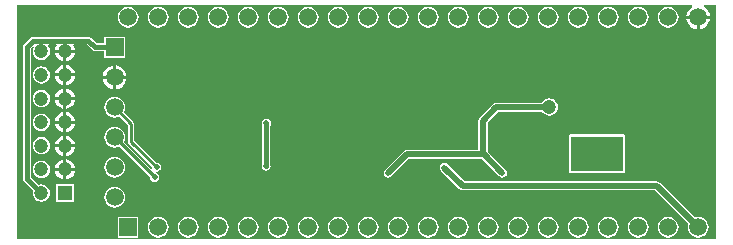
<source format=gbl>
G04*
G04 #@! TF.GenerationSoftware,Altium Limited,Altium Designer,19.1.8 (144)*
G04*
G04 Layer_Physical_Order=2*
G04 Layer_Color=16711680*
%FSLAX25Y25*%
%MOIN*%
G70*
G01*
G75*
%ADD12C,0.01000*%
%ADD16C,0.02000*%
%ADD41C,0.01500*%
%ADD43R,0.05906X0.05906*%
%ADD44C,0.05906*%
%ADD45R,0.04724X0.04724*%
%ADD46C,0.04724*%
%ADD47R,0.05906X0.05906*%
%ADD48C,0.01968*%
%ADD49R,0.17600X0.11800*%
G36*
X226000Y-3980D02*
X-6880D01*
Y73980D01*
X217974D01*
X218073Y73480D01*
X218007Y73453D01*
X217181Y72819D01*
X216547Y71993D01*
X216149Y71032D01*
X216079Y70500D01*
X220000D01*
X223921D01*
X223851Y71032D01*
X223453Y71993D01*
X222819Y72819D01*
X221993Y73453D01*
X221927Y73480D01*
X222026Y73980D01*
X226000D01*
Y-3980D01*
D02*
G37*
%LPC*%
G36*
X210000Y73483D02*
X209099Y73364D01*
X208259Y73016D01*
X207538Y72462D01*
X206984Y71741D01*
X206636Y70901D01*
X206518Y70000D01*
X206636Y69099D01*
X206984Y68259D01*
X207538Y67537D01*
X208259Y66984D01*
X209099Y66636D01*
X210000Y66518D01*
X210901Y66636D01*
X211741Y66984D01*
X212462Y67537D01*
X213016Y68259D01*
X213364Y69099D01*
X213482Y70000D01*
X213364Y70901D01*
X213016Y71741D01*
X212462Y72462D01*
X211741Y73016D01*
X210901Y73364D01*
X210000Y73483D01*
D02*
G37*
G36*
X200000D02*
X199099Y73364D01*
X198259Y73016D01*
X197538Y72462D01*
X196984Y71741D01*
X196636Y70901D01*
X196518Y70000D01*
X196636Y69099D01*
X196984Y68259D01*
X197538Y67537D01*
X198259Y66984D01*
X199099Y66636D01*
X200000Y66518D01*
X200901Y66636D01*
X201741Y66984D01*
X202463Y67537D01*
X203016Y68259D01*
X203364Y69099D01*
X203483Y70000D01*
X203364Y70901D01*
X203016Y71741D01*
X202463Y72462D01*
X201741Y73016D01*
X200901Y73364D01*
X200000Y73483D01*
D02*
G37*
G36*
X190000D02*
X189099Y73364D01*
X188259Y73016D01*
X187538Y72462D01*
X186984Y71741D01*
X186636Y70901D01*
X186518Y70000D01*
X186636Y69099D01*
X186984Y68259D01*
X187538Y67537D01*
X188259Y66984D01*
X189099Y66636D01*
X190000Y66518D01*
X190901Y66636D01*
X191741Y66984D01*
X192463Y67537D01*
X193016Y68259D01*
X193364Y69099D01*
X193482Y70000D01*
X193364Y70901D01*
X193016Y71741D01*
X192463Y72462D01*
X191741Y73016D01*
X190901Y73364D01*
X190000Y73483D01*
D02*
G37*
G36*
X180000D02*
X179099Y73364D01*
X178259Y73016D01*
X177538Y72462D01*
X176984Y71741D01*
X176636Y70901D01*
X176517Y70000D01*
X176636Y69099D01*
X176984Y68259D01*
X177538Y67537D01*
X178259Y66984D01*
X179099Y66636D01*
X180000Y66518D01*
X180901Y66636D01*
X181741Y66984D01*
X182463Y67537D01*
X183016Y68259D01*
X183364Y69099D01*
X183483Y70000D01*
X183364Y70901D01*
X183016Y71741D01*
X182463Y72462D01*
X181741Y73016D01*
X180901Y73364D01*
X180000Y73483D01*
D02*
G37*
G36*
X170000D02*
X169099Y73364D01*
X168259Y73016D01*
X167537Y72462D01*
X166984Y71741D01*
X166636Y70901D01*
X166517Y70000D01*
X166636Y69099D01*
X166984Y68259D01*
X167537Y67537D01*
X168259Y66984D01*
X169099Y66636D01*
X170000Y66518D01*
X170901Y66636D01*
X171741Y66984D01*
X172462Y67537D01*
X173016Y68259D01*
X173364Y69099D01*
X173483Y70000D01*
X173364Y70901D01*
X173016Y71741D01*
X172462Y72462D01*
X171741Y73016D01*
X170901Y73364D01*
X170000Y73483D01*
D02*
G37*
G36*
X160000D02*
X159099Y73364D01*
X158259Y73016D01*
X157537Y72462D01*
X156984Y71741D01*
X156636Y70901D01*
X156518Y70000D01*
X156636Y69099D01*
X156984Y68259D01*
X157537Y67537D01*
X158259Y66984D01*
X159099Y66636D01*
X160000Y66518D01*
X160901Y66636D01*
X161741Y66984D01*
X162462Y67537D01*
X163016Y68259D01*
X163364Y69099D01*
X163482Y70000D01*
X163364Y70901D01*
X163016Y71741D01*
X162462Y72462D01*
X161741Y73016D01*
X160901Y73364D01*
X160000Y73483D01*
D02*
G37*
G36*
X150000D02*
X149099Y73364D01*
X148259Y73016D01*
X147538Y72462D01*
X146984Y71741D01*
X146636Y70901D01*
X146518Y70000D01*
X146636Y69099D01*
X146984Y68259D01*
X147538Y67537D01*
X148259Y66984D01*
X149099Y66636D01*
X150000Y66518D01*
X150901Y66636D01*
X151741Y66984D01*
X152462Y67537D01*
X153016Y68259D01*
X153364Y69099D01*
X153482Y70000D01*
X153364Y70901D01*
X153016Y71741D01*
X152462Y72462D01*
X151741Y73016D01*
X150901Y73364D01*
X150000Y73483D01*
D02*
G37*
G36*
X140000D02*
X139099Y73364D01*
X138259Y73016D01*
X137538Y72462D01*
X136984Y71741D01*
X136636Y70901D01*
X136518Y70000D01*
X136636Y69099D01*
X136984Y68259D01*
X137538Y67537D01*
X138259Y66984D01*
X139099Y66636D01*
X140000Y66518D01*
X140901Y66636D01*
X141741Y66984D01*
X142463Y67537D01*
X143016Y68259D01*
X143364Y69099D01*
X143482Y70000D01*
X143364Y70901D01*
X143016Y71741D01*
X142463Y72462D01*
X141741Y73016D01*
X140901Y73364D01*
X140000Y73483D01*
D02*
G37*
G36*
X130000D02*
X129099Y73364D01*
X128259Y73016D01*
X127538Y72462D01*
X126984Y71741D01*
X126636Y70901D01*
X126517Y70000D01*
X126636Y69099D01*
X126984Y68259D01*
X127538Y67537D01*
X128259Y66984D01*
X129099Y66636D01*
X130000Y66518D01*
X130901Y66636D01*
X131741Y66984D01*
X132463Y67537D01*
X133016Y68259D01*
X133364Y69099D01*
X133483Y70000D01*
X133364Y70901D01*
X133016Y71741D01*
X132463Y72462D01*
X131741Y73016D01*
X130901Y73364D01*
X130000Y73483D01*
D02*
G37*
G36*
X120000D02*
X119099Y73364D01*
X118259Y73016D01*
X117537Y72462D01*
X116984Y71741D01*
X116636Y70901D01*
X116517Y70000D01*
X116636Y69099D01*
X116984Y68259D01*
X117537Y67537D01*
X118259Y66984D01*
X119099Y66636D01*
X120000Y66518D01*
X120901Y66636D01*
X121741Y66984D01*
X122462Y67537D01*
X123016Y68259D01*
X123364Y69099D01*
X123483Y70000D01*
X123364Y70901D01*
X123016Y71741D01*
X122462Y72462D01*
X121741Y73016D01*
X120901Y73364D01*
X120000Y73483D01*
D02*
G37*
G36*
X110000D02*
X109099Y73364D01*
X108259Y73016D01*
X107537Y72462D01*
X106984Y71741D01*
X106636Y70901D01*
X106518Y70000D01*
X106636Y69099D01*
X106984Y68259D01*
X107537Y67537D01*
X108259Y66984D01*
X109099Y66636D01*
X110000Y66518D01*
X110901Y66636D01*
X111741Y66984D01*
X112462Y67537D01*
X113016Y68259D01*
X113364Y69099D01*
X113482Y70000D01*
X113364Y70901D01*
X113016Y71741D01*
X112462Y72462D01*
X111741Y73016D01*
X110901Y73364D01*
X110000Y73483D01*
D02*
G37*
G36*
X100000D02*
X99099Y73364D01*
X98259Y73016D01*
X97537Y72462D01*
X96984Y71741D01*
X96636Y70901D01*
X96517Y70000D01*
X96636Y69099D01*
X96984Y68259D01*
X97537Y67537D01*
X98259Y66984D01*
X99099Y66636D01*
X100000Y66518D01*
X100901Y66636D01*
X101741Y66984D01*
X102462Y67537D01*
X103016Y68259D01*
X103364Y69099D01*
X103482Y70000D01*
X103364Y70901D01*
X103016Y71741D01*
X102462Y72462D01*
X101741Y73016D01*
X100901Y73364D01*
X100000Y73483D01*
D02*
G37*
G36*
X90000D02*
X89099Y73364D01*
X88259Y73016D01*
X87537Y72462D01*
X86984Y71741D01*
X86636Y70901D01*
X86518Y70000D01*
X86636Y69099D01*
X86984Y68259D01*
X87537Y67537D01*
X88259Y66984D01*
X89099Y66636D01*
X90000Y66518D01*
X90901Y66636D01*
X91741Y66984D01*
X92462Y67537D01*
X93016Y68259D01*
X93364Y69099D01*
X93483Y70000D01*
X93364Y70901D01*
X93016Y71741D01*
X92462Y72462D01*
X91741Y73016D01*
X90901Y73364D01*
X90000Y73483D01*
D02*
G37*
G36*
X80000D02*
X79099Y73364D01*
X78259Y73016D01*
X77538Y72462D01*
X76984Y71741D01*
X76636Y70901D01*
X76517Y70000D01*
X76636Y69099D01*
X76984Y68259D01*
X77538Y67537D01*
X78259Y66984D01*
X79099Y66636D01*
X80000Y66518D01*
X80901Y66636D01*
X81741Y66984D01*
X82463Y67537D01*
X83016Y68259D01*
X83364Y69099D01*
X83482Y70000D01*
X83364Y70901D01*
X83016Y71741D01*
X82463Y72462D01*
X81741Y73016D01*
X80901Y73364D01*
X80000Y73483D01*
D02*
G37*
G36*
X70000D02*
X69099Y73364D01*
X68259Y73016D01*
X67537Y72462D01*
X66984Y71741D01*
X66636Y70901D01*
X66518Y70000D01*
X66636Y69099D01*
X66984Y68259D01*
X67537Y67537D01*
X68259Y66984D01*
X69099Y66636D01*
X70000Y66518D01*
X70901Y66636D01*
X71741Y66984D01*
X72462Y67537D01*
X73016Y68259D01*
X73364Y69099D01*
X73483Y70000D01*
X73364Y70901D01*
X73016Y71741D01*
X72462Y72462D01*
X71741Y73016D01*
X70901Y73364D01*
X70000Y73483D01*
D02*
G37*
G36*
X60000D02*
X59099Y73364D01*
X58259Y73016D01*
X57538Y72462D01*
X56984Y71741D01*
X56636Y70901D01*
X56517Y70000D01*
X56636Y69099D01*
X56984Y68259D01*
X57538Y67537D01*
X58259Y66984D01*
X59099Y66636D01*
X60000Y66518D01*
X60901Y66636D01*
X61741Y66984D01*
X62463Y67537D01*
X63016Y68259D01*
X63364Y69099D01*
X63482Y70000D01*
X63364Y70901D01*
X63016Y71741D01*
X62463Y72462D01*
X61741Y73016D01*
X60901Y73364D01*
X60000Y73483D01*
D02*
G37*
G36*
X50000D02*
X49099Y73364D01*
X48259Y73016D01*
X47537Y72462D01*
X46984Y71741D01*
X46636Y70901D01*
X46518Y70000D01*
X46636Y69099D01*
X46984Y68259D01*
X47537Y67537D01*
X48259Y66984D01*
X49099Y66636D01*
X50000Y66518D01*
X50901Y66636D01*
X51741Y66984D01*
X52463Y67537D01*
X53016Y68259D01*
X53364Y69099D01*
X53483Y70000D01*
X53364Y70901D01*
X53016Y71741D01*
X52463Y72462D01*
X51741Y73016D01*
X50901Y73364D01*
X50000Y73483D01*
D02*
G37*
G36*
X40000D02*
X39099Y73364D01*
X38259Y73016D01*
X37538Y72462D01*
X36984Y71741D01*
X36636Y70901D01*
X36518Y70000D01*
X36636Y69099D01*
X36984Y68259D01*
X37538Y67537D01*
X38259Y66984D01*
X39099Y66636D01*
X40000Y66518D01*
X40901Y66636D01*
X41741Y66984D01*
X42463Y67537D01*
X43016Y68259D01*
X43364Y69099D01*
X43483Y70000D01*
X43364Y70901D01*
X43016Y71741D01*
X42463Y72462D01*
X41741Y73016D01*
X40901Y73364D01*
X40000Y73483D01*
D02*
G37*
G36*
X30000D02*
X29099Y73364D01*
X28259Y73016D01*
X27538Y72462D01*
X26984Y71741D01*
X26636Y70901D01*
X26518Y70000D01*
X26636Y69099D01*
X26984Y68259D01*
X27538Y67537D01*
X28259Y66984D01*
X29099Y66636D01*
X30000Y66518D01*
X30901Y66636D01*
X31741Y66984D01*
X32462Y67537D01*
X33016Y68259D01*
X33364Y69099D01*
X33483Y70000D01*
X33364Y70901D01*
X33016Y71741D01*
X32462Y72462D01*
X31741Y73016D01*
X30901Y73364D01*
X30000Y73483D01*
D02*
G37*
G36*
X223921Y69500D02*
X220500D01*
Y66079D01*
X221032Y66149D01*
X221993Y66547D01*
X222819Y67181D01*
X223453Y68007D01*
X223851Y68968D01*
X223921Y69500D01*
D02*
G37*
G36*
X219500D02*
X216079D01*
X216149Y68968D01*
X216547Y68007D01*
X217181Y67181D01*
X218007Y66547D01*
X218968Y66149D01*
X219500Y66079D01*
Y69500D01*
D02*
G37*
G36*
X16766Y63509D02*
X-1737D01*
X-2225Y63412D01*
X-2638Y63135D01*
X-4651Y61123D01*
X-4927Y60709D01*
X-5024Y60221D01*
Y16154D01*
X-4927Y15666D01*
X-4651Y15253D01*
X-1666Y12268D01*
X-1726Y12125D01*
X-1824Y11378D01*
X-1726Y10631D01*
X-1437Y9934D01*
X-978Y9337D01*
X-381Y8878D01*
X316Y8589D01*
X1063Y8491D01*
X1810Y8589D01*
X2506Y8878D01*
X3104Y9337D01*
X3563Y9934D01*
X3852Y10631D01*
X3950Y11378D01*
X3852Y12125D01*
X3563Y12821D01*
X3104Y13419D01*
X2506Y13878D01*
X1810Y14166D01*
X1063Y14265D01*
X316Y14166D01*
X121Y14086D01*
X-2475Y16682D01*
Y59693D01*
X-1846Y60322D01*
X-1437Y60066D01*
X-1726Y59369D01*
X-1824Y58622D01*
X-1726Y57875D01*
X-1437Y57179D01*
X-978Y56581D01*
X-381Y56122D01*
X316Y55834D01*
X1063Y55735D01*
X1810Y55834D01*
X2506Y56122D01*
X3104Y56581D01*
X3563Y57179D01*
X3852Y57875D01*
X3950Y58622D01*
X3852Y59369D01*
X3563Y60066D01*
X3261Y60460D01*
X3507Y60960D01*
X5928D01*
X6149Y60511D01*
X6000Y60318D01*
X5661Y59500D01*
X5612Y59122D01*
X12262D01*
X12213Y59500D01*
X11874Y60318D01*
X11725Y60511D01*
X11946Y60960D01*
X16238D01*
X18099Y59099D01*
X18512Y58823D01*
X19000Y58726D01*
X22047D01*
Y56547D01*
X28953D01*
Y63453D01*
X22047D01*
Y61274D01*
X19528D01*
X17667Y63135D01*
X17254Y63412D01*
X16766Y63509D01*
D02*
G37*
G36*
X12262Y58122D02*
X9437D01*
Y55297D01*
X9815Y55346D01*
X10633Y55685D01*
X11335Y56224D01*
X11874Y56926D01*
X12213Y57744D01*
X12262Y58122D01*
D02*
G37*
G36*
X8437D02*
X5612D01*
X5661Y57744D01*
X6000Y56926D01*
X6539Y56224D01*
X7241Y55685D01*
X8059Y55346D01*
X8437Y55297D01*
Y58122D01*
D02*
G37*
G36*
X9437Y54073D02*
Y51248D01*
X12262D01*
X12213Y51626D01*
X11874Y52444D01*
X11335Y53146D01*
X10633Y53685D01*
X9815Y54024D01*
X9437Y54073D01*
D02*
G37*
G36*
X8437D02*
X8059Y54024D01*
X7241Y53685D01*
X6539Y53146D01*
X6000Y52444D01*
X5661Y51626D01*
X5612Y51248D01*
X8437D01*
Y54073D01*
D02*
G37*
G36*
X26000Y53921D02*
Y50748D01*
Y50500D01*
X29421D01*
X29351Y51032D01*
X28953Y51993D01*
X28319Y52819D01*
X27493Y53453D01*
X26532Y53851D01*
X26000Y53921D01*
D02*
G37*
G36*
X25000D02*
X24468Y53851D01*
X23507Y53453D01*
X22681Y52819D01*
X22047Y51993D01*
X21649Y51032D01*
X21579Y50500D01*
X25000D01*
Y50748D01*
Y53921D01*
D02*
G37*
G36*
X1063Y53635D02*
X316Y53537D01*
X-381Y53248D01*
X-978Y52789D01*
X-1437Y52192D01*
X-1726Y51495D01*
X-1824Y50748D01*
X-1726Y50001D01*
X-1437Y49305D01*
X-978Y48707D01*
X-381Y48248D01*
X316Y47960D01*
X1063Y47861D01*
X1810Y47960D01*
X2506Y48248D01*
X3104Y48707D01*
X3563Y49305D01*
X3852Y50001D01*
X3950Y50748D01*
X3852Y51495D01*
X3563Y52192D01*
X3104Y52789D01*
X2506Y53248D01*
X1810Y53537D01*
X1063Y53635D01*
D02*
G37*
G36*
X12262Y50248D02*
X9437D01*
Y47423D01*
X9815Y47472D01*
X10633Y47811D01*
X11335Y48350D01*
X11874Y49052D01*
X12213Y49870D01*
X12262Y50248D01*
D02*
G37*
G36*
X8437D02*
X5612D01*
X5661Y49870D01*
X6000Y49052D01*
X6539Y48350D01*
X7241Y47811D01*
X8059Y47472D01*
X8437Y47423D01*
Y50248D01*
D02*
G37*
G36*
X29421Y49500D02*
X26000D01*
Y46079D01*
X26532Y46149D01*
X27493Y46547D01*
X28319Y47181D01*
X28953Y48007D01*
X29351Y48968D01*
X29421Y49500D01*
D02*
G37*
G36*
X25000D02*
X21579D01*
X21649Y48968D01*
X22047Y48007D01*
X22681Y47181D01*
X23507Y46547D01*
X24468Y46149D01*
X25000Y46079D01*
Y49500D01*
D02*
G37*
G36*
X9437Y46199D02*
Y43374D01*
X12262D01*
X12213Y43752D01*
X11874Y44570D01*
X11335Y45272D01*
X10633Y45811D01*
X9815Y46150D01*
X9437Y46199D01*
D02*
G37*
G36*
X8437D02*
X8059Y46150D01*
X7241Y45811D01*
X6539Y45272D01*
X6000Y44570D01*
X5661Y43752D01*
X5612Y43374D01*
X8437D01*
Y46199D01*
D02*
G37*
G36*
X1063Y45761D02*
X316Y45663D01*
X-381Y45374D01*
X-978Y44915D01*
X-1437Y44317D01*
X-1726Y43621D01*
X-1824Y42874D01*
X-1726Y42127D01*
X-1437Y41431D01*
X-978Y40833D01*
X-381Y40374D01*
X316Y40086D01*
X1063Y39987D01*
X1810Y40086D01*
X2506Y40374D01*
X3104Y40833D01*
X3563Y41431D01*
X3852Y42127D01*
X3950Y42874D01*
X3852Y43621D01*
X3563Y44317D01*
X3104Y44915D01*
X2506Y45374D01*
X1810Y45663D01*
X1063Y45761D01*
D02*
G37*
G36*
X12262Y42374D02*
X9437D01*
Y39549D01*
X9815Y39598D01*
X10633Y39937D01*
X11335Y40476D01*
X11874Y41178D01*
X12213Y41996D01*
X12262Y42374D01*
D02*
G37*
G36*
X8437D02*
X5612D01*
X5661Y41996D01*
X6000Y41178D01*
X6539Y40476D01*
X7241Y39937D01*
X8059Y39598D01*
X8437Y39549D01*
Y42374D01*
D02*
G37*
G36*
X170400Y42987D02*
X169653Y42889D01*
X168956Y42600D01*
X168359Y42141D01*
X167900Y41543D01*
X167859Y41444D01*
X152715D01*
X152130Y41328D01*
X151634Y40996D01*
X147219Y36581D01*
X146887Y36085D01*
X146771Y35500D01*
Y25829D01*
X123001D01*
X122415Y25713D01*
X121919Y25381D01*
X115619Y19081D01*
X115288Y18585D01*
X115171Y18000D01*
X115288Y17415D01*
X115619Y16919D01*
X116115Y16587D01*
X116701Y16471D01*
X117286Y16587D01*
X117782Y16919D01*
X123634Y22771D01*
X147885D01*
X153691Y16965D01*
X154187Y16634D01*
X154772Y16517D01*
X155358Y16634D01*
X155854Y16965D01*
X156185Y17461D01*
X156302Y18046D01*
X156185Y18632D01*
X155854Y19128D01*
X149829Y25152D01*
Y34866D01*
X153349Y38386D01*
X168108D01*
X168359Y38059D01*
X168956Y37600D01*
X169653Y37312D01*
X170400Y37213D01*
X171147Y37312D01*
X171844Y37600D01*
X172441Y38059D01*
X172900Y38656D01*
X173188Y39353D01*
X173287Y40100D01*
X173188Y40847D01*
X172900Y41543D01*
X172441Y42141D01*
X171844Y42600D01*
X171147Y42889D01*
X170400Y42987D01*
D02*
G37*
G36*
X9437Y38325D02*
Y35500D01*
X12262D01*
X12213Y35878D01*
X11874Y36696D01*
X11335Y37398D01*
X10633Y37937D01*
X9815Y38276D01*
X9437Y38325D01*
D02*
G37*
G36*
X8437D02*
X8059Y38276D01*
X7241Y37937D01*
X6539Y37398D01*
X6000Y36696D01*
X5661Y35878D01*
X5612Y35500D01*
X8437D01*
Y38325D01*
D02*
G37*
G36*
X1063Y37887D02*
X316Y37789D01*
X-381Y37500D01*
X-978Y37041D01*
X-1437Y36443D01*
X-1726Y35747D01*
X-1824Y35000D01*
X-1726Y34253D01*
X-1437Y33557D01*
X-978Y32959D01*
X-381Y32500D01*
X316Y32212D01*
X1063Y32113D01*
X1810Y32212D01*
X2506Y32500D01*
X3104Y32959D01*
X3563Y33557D01*
X3852Y34253D01*
X3950Y35000D01*
X3852Y35747D01*
X3563Y36443D01*
X3104Y37041D01*
X2506Y37500D01*
X1810Y37789D01*
X1063Y37887D01*
D02*
G37*
G36*
X12262Y34500D02*
X9437D01*
Y31675D01*
X9815Y31724D01*
X10633Y32063D01*
X11335Y32602D01*
X11874Y33304D01*
X12213Y34122D01*
X12262Y34500D01*
D02*
G37*
G36*
X8437D02*
X5612D01*
X5661Y34122D01*
X6000Y33304D01*
X6539Y32602D01*
X7241Y32063D01*
X8059Y31724D01*
X8437Y31675D01*
Y34500D01*
D02*
G37*
G36*
X9437Y30451D02*
Y27626D01*
X12262D01*
X12213Y28004D01*
X11874Y28822D01*
X11335Y29524D01*
X10633Y30063D01*
X9815Y30402D01*
X9437Y30451D01*
D02*
G37*
G36*
X8437D02*
X8059Y30402D01*
X7241Y30063D01*
X6539Y29524D01*
X6000Y28822D01*
X5661Y28004D01*
X5612Y27626D01*
X8437D01*
Y30451D01*
D02*
G37*
G36*
X1063Y30013D02*
X316Y29915D01*
X-381Y29626D01*
X-978Y29167D01*
X-1437Y28569D01*
X-1726Y27873D01*
X-1824Y27126D01*
X-1726Y26379D01*
X-1437Y25683D01*
X-978Y25085D01*
X-381Y24626D01*
X316Y24338D01*
X1063Y24239D01*
X1810Y24338D01*
X2506Y24626D01*
X3104Y25085D01*
X3563Y25683D01*
X3852Y26379D01*
X3950Y27126D01*
X3852Y27873D01*
X3563Y28569D01*
X3104Y29167D01*
X2506Y29626D01*
X1810Y29915D01*
X1063Y30013D01*
D02*
G37*
G36*
X12262Y26626D02*
X9437D01*
Y23801D01*
X9815Y23850D01*
X10633Y24189D01*
X11335Y24728D01*
X11874Y25430D01*
X12213Y26248D01*
X12262Y26626D01*
D02*
G37*
G36*
X8437D02*
X5612D01*
X5661Y26248D01*
X6000Y25430D01*
X6539Y24728D01*
X7241Y24189D01*
X8059Y23850D01*
X8437Y23801D01*
Y26626D01*
D02*
G37*
G36*
X9437Y22577D02*
Y19752D01*
X12262D01*
X12213Y20130D01*
X11874Y20948D01*
X11335Y21650D01*
X10633Y22189D01*
X9815Y22528D01*
X9437Y22577D01*
D02*
G37*
G36*
X8437D02*
X8059Y22528D01*
X7241Y22189D01*
X6539Y21650D01*
X6000Y20948D01*
X5661Y20130D01*
X5612Y19752D01*
X8437D01*
Y22577D01*
D02*
G37*
G36*
X25500Y43483D02*
X24599Y43364D01*
X23759Y43016D01*
X23038Y42463D01*
X22484Y41741D01*
X22136Y40901D01*
X22017Y40000D01*
X22136Y39099D01*
X22484Y38259D01*
X23038Y37538D01*
X23759Y36984D01*
X24599Y36636D01*
X25500Y36518D01*
X26401Y36636D01*
X27123Y36935D01*
X29980Y34078D01*
Y28500D01*
X30058Y28110D01*
X30279Y27779D01*
X37999Y20060D01*
X37987Y20000D01*
X38083Y19516D01*
X37805Y19283D01*
X37671Y19221D01*
X28550Y28342D01*
X28864Y29099D01*
X28982Y30000D01*
X28864Y30901D01*
X28516Y31741D01*
X27962Y32462D01*
X27241Y33016D01*
X26401Y33364D01*
X25500Y33483D01*
X24599Y33364D01*
X23759Y33016D01*
X23038Y32462D01*
X22484Y31741D01*
X22136Y30901D01*
X22017Y30000D01*
X22136Y29099D01*
X22484Y28259D01*
X23038Y27538D01*
X23759Y26984D01*
X24599Y26636D01*
X25500Y26518D01*
X26401Y26636D01*
X27088Y26920D01*
X37307Y16701D01*
X37287Y16600D01*
X37402Y16021D01*
X37730Y15530D01*
X38221Y15202D01*
X38800Y15087D01*
X39379Y15202D01*
X39870Y15530D01*
X40198Y16021D01*
X40313Y16600D01*
X40198Y17179D01*
X39870Y17670D01*
X39379Y17998D01*
X39208Y18032D01*
X39207Y18033D01*
X39206Y18035D01*
X39436Y18388D01*
X39572Y18501D01*
X40079Y18602D01*
X40570Y18930D01*
X40898Y19421D01*
X41013Y20000D01*
X40898Y20579D01*
X40570Y21070D01*
X40079Y21398D01*
X39500Y21513D01*
X39440Y21501D01*
X32020Y28922D01*
Y34500D01*
X31942Y34890D01*
X31721Y35221D01*
X28565Y38377D01*
X28864Y39099D01*
X28982Y40000D01*
X28864Y40901D01*
X28516Y41741D01*
X27962Y42463D01*
X27241Y43016D01*
X26401Y43364D01*
X25500Y43483D01*
D02*
G37*
G36*
X76100Y36213D02*
X75521Y36098D01*
X75030Y35770D01*
X74702Y35279D01*
X74587Y34700D01*
X74702Y34121D01*
X74775Y34011D01*
Y21139D01*
X74602Y20879D01*
X74487Y20300D01*
X74602Y19721D01*
X74930Y19230D01*
X75421Y18902D01*
X76000Y18787D01*
X76579Y18902D01*
X77070Y19230D01*
X77398Y19721D01*
X77513Y20300D01*
X77398Y20879D01*
X77324Y20989D01*
Y33861D01*
X77498Y34121D01*
X77613Y34700D01*
X77498Y35279D01*
X77170Y35770D01*
X76679Y36098D01*
X76100Y36213D01*
D02*
G37*
G36*
X195100Y30941D02*
X177500D01*
X177117Y30783D01*
X176959Y30400D01*
Y18600D01*
X177117Y18217D01*
X177500Y18059D01*
X195100D01*
X195483Y18217D01*
X195641Y18600D01*
Y30400D01*
X195483Y30783D01*
X195100Y30941D01*
D02*
G37*
G36*
X25500Y23483D02*
X24599Y23364D01*
X23759Y23016D01*
X23038Y22463D01*
X22484Y21741D01*
X22136Y20901D01*
X22017Y20000D01*
X22136Y19099D01*
X22484Y18259D01*
X23038Y17537D01*
X23759Y16984D01*
X24599Y16636D01*
X25500Y16518D01*
X26401Y16636D01*
X27241Y16984D01*
X27962Y17537D01*
X28516Y18259D01*
X28864Y19099D01*
X28982Y20000D01*
X28864Y20901D01*
X28516Y21741D01*
X27962Y22463D01*
X27241Y23016D01*
X26401Y23364D01*
X25500Y23483D01*
D02*
G37*
G36*
X1063Y22139D02*
X316Y22040D01*
X-381Y21752D01*
X-978Y21293D01*
X-1437Y20695D01*
X-1726Y19999D01*
X-1824Y19252D01*
X-1726Y18505D01*
X-1437Y17808D01*
X-978Y17211D01*
X-381Y16752D01*
X316Y16464D01*
X1063Y16365D01*
X1810Y16464D01*
X2506Y16752D01*
X3104Y17211D01*
X3563Y17808D01*
X3852Y18505D01*
X3950Y19252D01*
X3852Y19999D01*
X3563Y20695D01*
X3104Y21293D01*
X2506Y21752D01*
X1810Y22040D01*
X1063Y22139D01*
D02*
G37*
G36*
X12262Y18752D02*
X9437D01*
Y15927D01*
X9815Y15976D01*
X10633Y16315D01*
X11335Y16854D01*
X11874Y17556D01*
X12213Y18374D01*
X12262Y18752D01*
D02*
G37*
G36*
X8437D02*
X5612D01*
X5661Y18374D01*
X6000Y17556D01*
X6539Y16854D01*
X7241Y16315D01*
X8059Y15976D01*
X8437Y15927D01*
Y18752D01*
D02*
G37*
G36*
X11799Y14240D02*
X6075D01*
Y8516D01*
X11799D01*
Y14240D01*
D02*
G37*
G36*
X25500Y13483D02*
X24599Y13364D01*
X23759Y13016D01*
X23038Y12462D01*
X22484Y11741D01*
X22136Y10901D01*
X22017Y10000D01*
X22136Y9099D01*
X22484Y8259D01*
X23038Y7537D01*
X23759Y6984D01*
X24599Y6636D01*
X25500Y6517D01*
X26401Y6636D01*
X27241Y6984D01*
X27962Y7537D01*
X28516Y8259D01*
X28864Y9099D01*
X28982Y10000D01*
X28864Y10901D01*
X28516Y11741D01*
X27962Y12462D01*
X27241Y13016D01*
X26401Y13364D01*
X25500Y13483D01*
D02*
G37*
G36*
X33453Y3453D02*
X26547D01*
Y-3453D01*
X33453D01*
Y3453D01*
D02*
G37*
G36*
X135400Y21429D02*
X134815Y21313D01*
X134319Y20981D01*
X133987Y20485D01*
X133871Y19900D01*
X133987Y19315D01*
X134319Y18819D01*
X140419Y12719D01*
X140915Y12387D01*
X141500Y12271D01*
X205567D01*
X216724Y1113D01*
X216636Y901D01*
X216517Y0D01*
X216636Y-901D01*
X216984Y-1741D01*
X217537Y-2462D01*
X218259Y-3016D01*
X219099Y-3364D01*
X220000Y-3483D01*
X220901Y-3364D01*
X221741Y-3016D01*
X222463Y-2462D01*
X223016Y-1741D01*
X223364Y-901D01*
X223482Y0D01*
X223364Y901D01*
X223016Y1741D01*
X222463Y2462D01*
X221741Y3016D01*
X220901Y3364D01*
X220000Y3483D01*
X219099Y3364D01*
X218887Y3276D01*
X207281Y14881D01*
X206785Y15213D01*
X206200Y15329D01*
X142133D01*
X136481Y20981D01*
X135985Y21313D01*
X135400Y21429D01*
D02*
G37*
G36*
X210000Y3483D02*
X209099Y3364D01*
X208259Y3016D01*
X207538Y2462D01*
X206984Y1741D01*
X206636Y901D01*
X206518Y0D01*
X206636Y-901D01*
X206984Y-1741D01*
X207538Y-2462D01*
X208259Y-3016D01*
X209099Y-3364D01*
X210000Y-3483D01*
X210901Y-3364D01*
X211741Y-3016D01*
X212462Y-2462D01*
X213016Y-1741D01*
X213364Y-901D01*
X213482Y0D01*
X213364Y901D01*
X213016Y1741D01*
X212462Y2462D01*
X211741Y3016D01*
X210901Y3364D01*
X210000Y3483D01*
D02*
G37*
G36*
X200000D02*
X199099Y3364D01*
X198259Y3016D01*
X197538Y2462D01*
X196984Y1741D01*
X196636Y901D01*
X196518Y0D01*
X196636Y-901D01*
X196984Y-1741D01*
X197538Y-2462D01*
X198259Y-3016D01*
X199099Y-3364D01*
X200000Y-3483D01*
X200901Y-3364D01*
X201741Y-3016D01*
X202463Y-2462D01*
X203016Y-1741D01*
X203364Y-901D01*
X203483Y0D01*
X203364Y901D01*
X203016Y1741D01*
X202463Y2462D01*
X201741Y3016D01*
X200901Y3364D01*
X200000Y3483D01*
D02*
G37*
G36*
X190000D02*
X189099Y3364D01*
X188259Y3016D01*
X187538Y2462D01*
X186984Y1741D01*
X186636Y901D01*
X186518Y0D01*
X186636Y-901D01*
X186984Y-1741D01*
X187538Y-2462D01*
X188259Y-3016D01*
X189099Y-3364D01*
X190000Y-3483D01*
X190901Y-3364D01*
X191741Y-3016D01*
X192463Y-2462D01*
X193016Y-1741D01*
X193364Y-901D01*
X193482Y0D01*
X193364Y901D01*
X193016Y1741D01*
X192463Y2462D01*
X191741Y3016D01*
X190901Y3364D01*
X190000Y3483D01*
D02*
G37*
G36*
X180000D02*
X179099Y3364D01*
X178259Y3016D01*
X177538Y2462D01*
X176984Y1741D01*
X176636Y901D01*
X176517Y0D01*
X176636Y-901D01*
X176984Y-1741D01*
X177538Y-2462D01*
X178259Y-3016D01*
X179099Y-3364D01*
X180000Y-3483D01*
X180901Y-3364D01*
X181741Y-3016D01*
X182463Y-2462D01*
X183016Y-1741D01*
X183364Y-901D01*
X183483Y0D01*
X183364Y901D01*
X183016Y1741D01*
X182463Y2462D01*
X181741Y3016D01*
X180901Y3364D01*
X180000Y3483D01*
D02*
G37*
G36*
X170000D02*
X169099Y3364D01*
X168259Y3016D01*
X167537Y2462D01*
X166984Y1741D01*
X166636Y901D01*
X166517Y0D01*
X166636Y-901D01*
X166984Y-1741D01*
X167537Y-2462D01*
X168259Y-3016D01*
X169099Y-3364D01*
X170000Y-3483D01*
X170901Y-3364D01*
X171741Y-3016D01*
X172462Y-2462D01*
X173016Y-1741D01*
X173364Y-901D01*
X173483Y0D01*
X173364Y901D01*
X173016Y1741D01*
X172462Y2462D01*
X171741Y3016D01*
X170901Y3364D01*
X170000Y3483D01*
D02*
G37*
G36*
X160000D02*
X159099Y3364D01*
X158259Y3016D01*
X157537Y2462D01*
X156984Y1741D01*
X156636Y901D01*
X156518Y0D01*
X156636Y-901D01*
X156984Y-1741D01*
X157537Y-2462D01*
X158259Y-3016D01*
X159099Y-3364D01*
X160000Y-3483D01*
X160901Y-3364D01*
X161741Y-3016D01*
X162462Y-2462D01*
X163016Y-1741D01*
X163364Y-901D01*
X163482Y0D01*
X163364Y901D01*
X163016Y1741D01*
X162462Y2462D01*
X161741Y3016D01*
X160901Y3364D01*
X160000Y3483D01*
D02*
G37*
G36*
X150000D02*
X149099Y3364D01*
X148259Y3016D01*
X147538Y2462D01*
X146984Y1741D01*
X146636Y901D01*
X146518Y0D01*
X146636Y-901D01*
X146984Y-1741D01*
X147538Y-2462D01*
X148259Y-3016D01*
X149099Y-3364D01*
X150000Y-3483D01*
X150901Y-3364D01*
X151741Y-3016D01*
X152462Y-2462D01*
X153016Y-1741D01*
X153364Y-901D01*
X153482Y0D01*
X153364Y901D01*
X153016Y1741D01*
X152462Y2462D01*
X151741Y3016D01*
X150901Y3364D01*
X150000Y3483D01*
D02*
G37*
G36*
X140000D02*
X139099Y3364D01*
X138259Y3016D01*
X137538Y2462D01*
X136984Y1741D01*
X136636Y901D01*
X136518Y0D01*
X136636Y-901D01*
X136984Y-1741D01*
X137538Y-2462D01*
X138259Y-3016D01*
X139099Y-3364D01*
X140000Y-3483D01*
X140901Y-3364D01*
X141741Y-3016D01*
X142463Y-2462D01*
X143016Y-1741D01*
X143364Y-901D01*
X143482Y0D01*
X143364Y901D01*
X143016Y1741D01*
X142463Y2462D01*
X141741Y3016D01*
X140901Y3364D01*
X140000Y3483D01*
D02*
G37*
G36*
X130000D02*
X129099Y3364D01*
X128259Y3016D01*
X127538Y2462D01*
X126984Y1741D01*
X126636Y901D01*
X126517Y0D01*
X126636Y-901D01*
X126984Y-1741D01*
X127538Y-2462D01*
X128259Y-3016D01*
X129099Y-3364D01*
X130000Y-3483D01*
X130901Y-3364D01*
X131741Y-3016D01*
X132463Y-2462D01*
X133016Y-1741D01*
X133364Y-901D01*
X133483Y0D01*
X133364Y901D01*
X133016Y1741D01*
X132463Y2462D01*
X131741Y3016D01*
X130901Y3364D01*
X130000Y3483D01*
D02*
G37*
G36*
X120000D02*
X119099Y3364D01*
X118259Y3016D01*
X117537Y2462D01*
X116984Y1741D01*
X116636Y901D01*
X116517Y0D01*
X116636Y-901D01*
X116984Y-1741D01*
X117537Y-2462D01*
X118259Y-3016D01*
X119099Y-3364D01*
X120000Y-3483D01*
X120901Y-3364D01*
X121741Y-3016D01*
X122462Y-2462D01*
X123016Y-1741D01*
X123364Y-901D01*
X123483Y0D01*
X123364Y901D01*
X123016Y1741D01*
X122462Y2462D01*
X121741Y3016D01*
X120901Y3364D01*
X120000Y3483D01*
D02*
G37*
G36*
X110000D02*
X109099Y3364D01*
X108259Y3016D01*
X107537Y2462D01*
X106984Y1741D01*
X106636Y901D01*
X106518Y0D01*
X106636Y-901D01*
X106984Y-1741D01*
X107537Y-2462D01*
X108259Y-3016D01*
X109099Y-3364D01*
X110000Y-3483D01*
X110901Y-3364D01*
X111741Y-3016D01*
X112462Y-2462D01*
X113016Y-1741D01*
X113364Y-901D01*
X113482Y0D01*
X113364Y901D01*
X113016Y1741D01*
X112462Y2462D01*
X111741Y3016D01*
X110901Y3364D01*
X110000Y3483D01*
D02*
G37*
G36*
X100000D02*
X99099Y3364D01*
X98259Y3016D01*
X97537Y2462D01*
X96984Y1741D01*
X96636Y901D01*
X96517Y0D01*
X96636Y-901D01*
X96984Y-1741D01*
X97537Y-2462D01*
X98259Y-3016D01*
X99099Y-3364D01*
X100000Y-3483D01*
X100901Y-3364D01*
X101741Y-3016D01*
X102462Y-2462D01*
X103016Y-1741D01*
X103364Y-901D01*
X103482Y0D01*
X103364Y901D01*
X103016Y1741D01*
X102462Y2462D01*
X101741Y3016D01*
X100901Y3364D01*
X100000Y3483D01*
D02*
G37*
G36*
X90000D02*
X89099Y3364D01*
X88259Y3016D01*
X87537Y2462D01*
X86984Y1741D01*
X86636Y901D01*
X86518Y0D01*
X86636Y-901D01*
X86984Y-1741D01*
X87537Y-2462D01*
X88259Y-3016D01*
X89099Y-3364D01*
X90000Y-3483D01*
X90901Y-3364D01*
X91741Y-3016D01*
X92462Y-2462D01*
X93016Y-1741D01*
X93364Y-901D01*
X93483Y0D01*
X93364Y901D01*
X93016Y1741D01*
X92462Y2462D01*
X91741Y3016D01*
X90901Y3364D01*
X90000Y3483D01*
D02*
G37*
G36*
X80000D02*
X79099Y3364D01*
X78259Y3016D01*
X77538Y2462D01*
X76984Y1741D01*
X76636Y901D01*
X76517Y0D01*
X76636Y-901D01*
X76984Y-1741D01*
X77538Y-2462D01*
X78259Y-3016D01*
X79099Y-3364D01*
X80000Y-3483D01*
X80901Y-3364D01*
X81741Y-3016D01*
X82463Y-2462D01*
X83016Y-1741D01*
X83364Y-901D01*
X83482Y0D01*
X83364Y901D01*
X83016Y1741D01*
X82463Y2462D01*
X81741Y3016D01*
X80901Y3364D01*
X80000Y3483D01*
D02*
G37*
G36*
X70000D02*
X69099Y3364D01*
X68259Y3016D01*
X67537Y2462D01*
X66984Y1741D01*
X66636Y901D01*
X66518Y0D01*
X66636Y-901D01*
X66984Y-1741D01*
X67537Y-2462D01*
X68259Y-3016D01*
X69099Y-3364D01*
X70000Y-3483D01*
X70901Y-3364D01*
X71741Y-3016D01*
X72462Y-2462D01*
X73016Y-1741D01*
X73364Y-901D01*
X73483Y0D01*
X73364Y901D01*
X73016Y1741D01*
X72462Y2462D01*
X71741Y3016D01*
X70901Y3364D01*
X70000Y3483D01*
D02*
G37*
G36*
X60000D02*
X59099Y3364D01*
X58259Y3016D01*
X57538Y2462D01*
X56984Y1741D01*
X56636Y901D01*
X56517Y0D01*
X56636Y-901D01*
X56984Y-1741D01*
X57538Y-2462D01*
X58259Y-3016D01*
X59099Y-3364D01*
X60000Y-3483D01*
X60901Y-3364D01*
X61741Y-3016D01*
X62463Y-2462D01*
X63016Y-1741D01*
X63364Y-901D01*
X63482Y0D01*
X63364Y901D01*
X63016Y1741D01*
X62463Y2462D01*
X61741Y3016D01*
X60901Y3364D01*
X60000Y3483D01*
D02*
G37*
G36*
X50000D02*
X49099Y3364D01*
X48259Y3016D01*
X47537Y2462D01*
X46984Y1741D01*
X46636Y901D01*
X46518Y0D01*
X46636Y-901D01*
X46984Y-1741D01*
X47537Y-2462D01*
X48259Y-3016D01*
X49099Y-3364D01*
X50000Y-3483D01*
X50901Y-3364D01*
X51741Y-3016D01*
X52463Y-2462D01*
X53016Y-1741D01*
X53364Y-901D01*
X53483Y0D01*
X53364Y901D01*
X53016Y1741D01*
X52463Y2462D01*
X51741Y3016D01*
X50901Y3364D01*
X50000Y3483D01*
D02*
G37*
G36*
X40000D02*
X39099Y3364D01*
X38259Y3016D01*
X37538Y2462D01*
X36984Y1741D01*
X36636Y901D01*
X36518Y0D01*
X36636Y-901D01*
X36984Y-1741D01*
X37538Y-2462D01*
X38259Y-3016D01*
X39099Y-3364D01*
X40000Y-3483D01*
X40901Y-3364D01*
X41741Y-3016D01*
X42463Y-2462D01*
X43016Y-1741D01*
X43364Y-901D01*
X43483Y0D01*
X43364Y901D01*
X43016Y1741D01*
X42463Y2462D01*
X41741Y3016D01*
X40901Y3364D01*
X40000Y3483D01*
D02*
G37*
%LPD*%
D12*
X38800Y16600D02*
Y16650D01*
X25500Y29950D02*
X38800Y16650D01*
X25500Y29950D02*
Y30000D01*
Y40000D02*
X31000Y34500D01*
Y28500D02*
Y34500D01*
Y28500D02*
X39500Y20000D01*
D16*
X123001Y24300D02*
X148300D01*
X116701Y18000D02*
X123001Y24300D01*
X148300D02*
X148519D01*
X148300Y35500D02*
X152715Y39915D01*
X148300Y24300D02*
Y35500D01*
X148519Y24300D02*
X154772Y18046D01*
X152715Y39915D02*
X168700D01*
X183200Y13800D02*
X206200D01*
X141500D02*
X183200D01*
X135400Y19900D02*
X141500Y13800D01*
X206200D02*
X220000Y0D01*
D41*
X76000Y20300D02*
X76050Y20350D01*
Y34650D01*
X76100Y34700D01*
X16766Y62234D02*
X19000Y60000D01*
X-1737Y62234D02*
X16766D01*
X-3750Y60221D02*
X-1737Y62234D01*
X-3750Y16154D02*
X1026Y11378D01*
X-3750Y16154D02*
Y60221D01*
X19000Y60000D02*
X25500D01*
D43*
D03*
D44*
Y50000D02*
D03*
Y40000D02*
D03*
Y30000D02*
D03*
Y20000D02*
D03*
Y10000D02*
D03*
X130000Y70000D02*
D03*
X220000D02*
D03*
X210000D02*
D03*
X200000D02*
D03*
X190000D02*
D03*
X180000D02*
D03*
X170000D02*
D03*
X160000D02*
D03*
X150000D02*
D03*
X140000D02*
D03*
X30000D02*
D03*
X120000D02*
D03*
X110000D02*
D03*
X100000D02*
D03*
X90000D02*
D03*
X80000D02*
D03*
X70000D02*
D03*
X60000D02*
D03*
X50000D02*
D03*
X40000D02*
D03*
X210000Y0D02*
D03*
X200000D02*
D03*
X190000D02*
D03*
X180000D02*
D03*
X170000D02*
D03*
X160000D02*
D03*
X150000D02*
D03*
X140000D02*
D03*
X130000D02*
D03*
X220000D02*
D03*
X110000D02*
D03*
X100000D02*
D03*
X90000D02*
D03*
X80000D02*
D03*
X70000D02*
D03*
X60000D02*
D03*
X50000D02*
D03*
X40000D02*
D03*
X120000D02*
D03*
D45*
X8937Y11378D02*
D03*
D46*
X1063D02*
D03*
X8937Y19252D02*
D03*
X1063D02*
D03*
X8937Y27126D02*
D03*
X1063D02*
D03*
X8937Y35000D02*
D03*
X1063D02*
D03*
X8937Y42874D02*
D03*
X1063D02*
D03*
X8937Y50748D02*
D03*
X1063D02*
D03*
X8937Y58622D02*
D03*
X1063D02*
D03*
X170400Y40100D02*
D03*
D47*
X30000Y0D02*
D03*
D48*
X90500Y34000D02*
D03*
X57000Y13900D02*
D03*
X46700Y27100D02*
D03*
X51800Y35200D02*
D03*
X35600Y53400D02*
D03*
X73700Y39100D02*
D03*
X76100Y34700D02*
D03*
X64400Y34600D02*
D03*
X57400Y20300D02*
D03*
X76000D02*
D03*
X38800Y16600D02*
D03*
X151100Y25600D02*
D03*
X167600Y56100D02*
D03*
X150500Y16500D02*
D03*
X152500Y11000D02*
D03*
X145900Y11100D02*
D03*
X181800Y24500D02*
D03*
X191700D02*
D03*
X154700Y44000D02*
D03*
X169200Y46700D02*
D03*
X172300Y34700D02*
D03*
X195000Y16800D02*
D03*
X183200Y13800D02*
D03*
X186500Y24500D02*
D03*
X135400Y19900D02*
D03*
X142500Y16400D02*
D03*
X155519Y25000D02*
D03*
X154900Y33800D02*
D03*
X158900D02*
D03*
X85400Y39800D02*
D03*
X168300Y7900D02*
D03*
X139800Y5700D02*
D03*
X91500Y15000D02*
D03*
X103500Y60500D02*
D03*
X103100Y54500D02*
D03*
X89500Y51500D02*
D03*
X197700Y23300D02*
D03*
X204000Y17000D02*
D03*
X180500Y10500D02*
D03*
X185500D02*
D03*
X190500D02*
D03*
X161900Y56200D02*
D03*
X165500Y42500D02*
D03*
X172900Y50400D02*
D03*
X177900Y55300D02*
D03*
X172400Y19000D02*
D03*
X172300Y26100D02*
D03*
X194500Y35600D02*
D03*
X211200Y35000D02*
D03*
X206200D02*
D03*
X195600Y7600D02*
D03*
X200300Y61700D02*
D03*
X195000Y58500D02*
D03*
X187500Y58300D02*
D03*
X182500D02*
D03*
X197700Y19300D02*
D03*
X186700Y38715D02*
D03*
X188700Y40715D02*
D03*
X182500Y35715D02*
D03*
X186500D02*
D03*
X190500D02*
D03*
X192500Y33715D02*
D03*
X188500D02*
D03*
X184500D02*
D03*
X39500Y20000D02*
D03*
X154772Y18046D02*
D03*
X158819Y17500D02*
D03*
X162319D02*
D03*
X162119Y24900D02*
D03*
X116701Y18000D02*
D03*
X123000D02*
D03*
X78858Y29500D02*
D03*
X94900Y41200D02*
D03*
X161000Y9000D02*
D03*
D49*
X186300Y24500D02*
D03*
M02*

</source>
